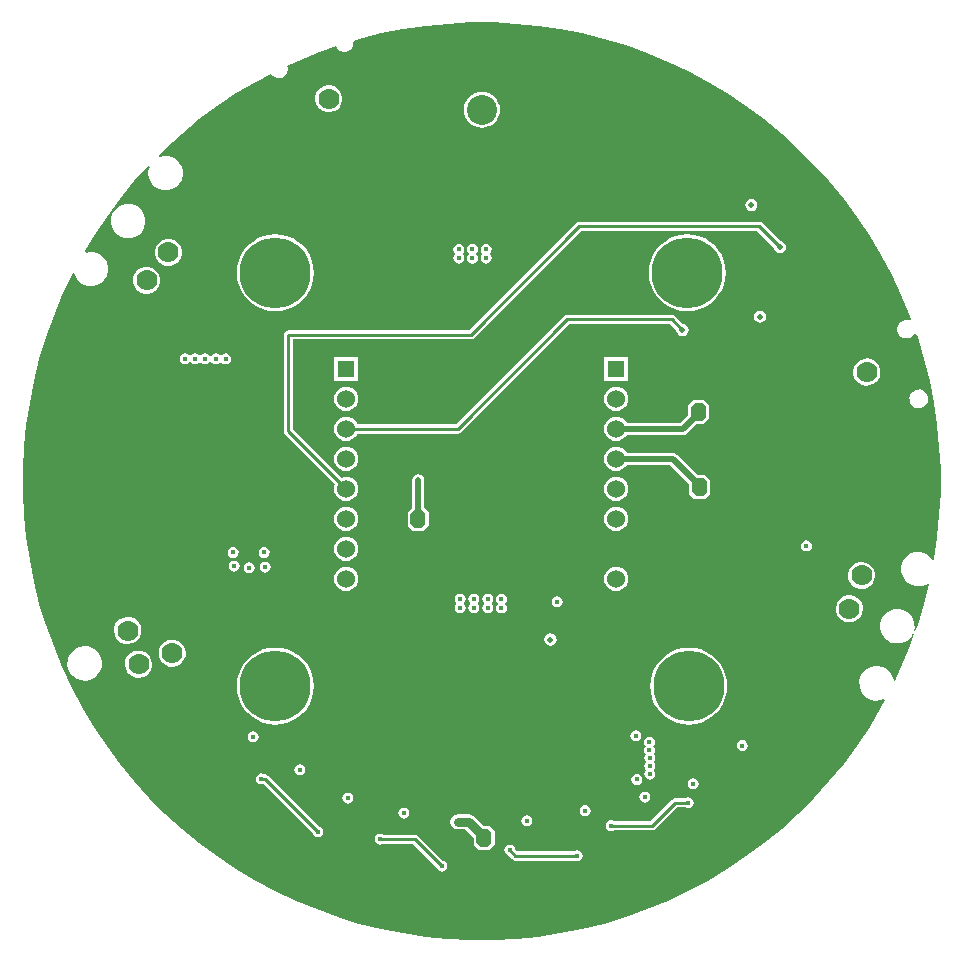
<source format=gbl>
G04*
G04 #@! TF.GenerationSoftware,Altium Limited,Altium Designer,18.1.9 (240)*
G04*
G04 Layer_Physical_Order=4*
G04 Layer_Color=16711680*
%FSLAX25Y25*%
%MOIN*%
G70*
G01*
G75*
%ADD13C,0.01000*%
%ADD124C,0.03000*%
%ADD125C,0.02000*%
%ADD131C,0.06000*%
%ADD132R,0.05810X0.05810*%
%ADD133C,0.07000*%
%ADD134C,0.10000*%
%ADD135C,0.23622*%
%ADD136C,0.02000*%
%ADD137C,0.01600*%
G04:AMPARAMS|DCode=138|XSize=50mil|YSize=60mil|CornerRadius=0mil|HoleSize=0mil|Usage=FLASHONLY|Rotation=180.000|XOffset=0mil|YOffset=0mil|HoleType=Round|Shape=Octagon|*
%AMOCTAGOND138*
4,1,8,0.01250,-0.03000,-0.01250,-0.03000,-0.02500,-0.01750,-0.02500,0.01750,-0.01250,0.03000,0.01250,0.03000,0.02500,0.01750,0.02500,-0.01750,0.01250,-0.03000,0.0*
%
%ADD138OCTAGOND138*%

G36*
X157255Y297073D02*
X164727Y296337D01*
X172155Y295235D01*
X179520Y293770D01*
X186804Y291946D01*
X193989Y289766D01*
X201060Y287236D01*
X207997Y284363D01*
X214785Y281152D01*
X221407Y277612D01*
X227848Y273752D01*
X234092Y269580D01*
X240123Y265107D01*
X245927Y260344D01*
X251491Y255301D01*
X256801Y249991D01*
X261843Y244427D01*
X266607Y238623D01*
X271080Y232592D01*
X275252Y226348D01*
X279113Y219907D01*
X282652Y213285D01*
X285863Y206497D01*
X288736Y199559D01*
X289123Y198478D01*
X288718Y198125D01*
X288635Y198169D01*
X287838Y198346D01*
X287022Y198310D01*
X286244Y198065D01*
X285555Y197626D01*
X285004Y197024D01*
X284627Y196300D01*
X284450Y195503D01*
X284486Y194688D01*
X284732Y193909D01*
X285170Y193221D01*
X285772Y192669D01*
X286496Y192293D01*
X287293Y192116D01*
X288108Y192151D01*
X288887Y192397D01*
X289575Y192835D01*
X290127Y193437D01*
X290286Y193744D01*
X290830Y193707D01*
X291266Y192489D01*
X293446Y185304D01*
X295270Y178020D01*
X296735Y170655D01*
X297837Y163227D01*
X298573Y155754D01*
X298941Y148255D01*
Y144500D01*
Y140745D01*
X298573Y133246D01*
X297837Y125773D01*
X296760Y118514D01*
X296249Y118387D01*
X295905Y118926D01*
X294794Y119944D01*
X293457Y120640D01*
X291985Y120967D01*
X290479Y120901D01*
X289041Y120448D01*
X287770Y119638D01*
X286752Y118526D01*
X286056Y117189D01*
X285730Y115717D01*
X285795Y114211D01*
X286248Y112774D01*
X287058Y111503D01*
X288170Y110484D01*
X289507Y109788D01*
X290979Y109462D01*
X292485Y109528D01*
X293922Y109981D01*
X294615Y110422D01*
X295052Y110108D01*
X293446Y103696D01*
X291266Y96511D01*
X290569Y94562D01*
X290087Y94701D01*
X290300Y95658D01*
X290234Y97164D01*
X289781Y98602D01*
X288971Y99873D01*
X287859Y100891D01*
X286522Y101588D01*
X285051Y101914D01*
X283544Y101848D01*
X282107Y101395D01*
X280836Y100585D01*
X279817Y99474D01*
X279121Y98136D01*
X278795Y96665D01*
X278861Y95159D01*
X279314Y93721D01*
X280124Y92450D01*
X281235Y91431D01*
X282572Y90735D01*
X284044Y90409D01*
X285550Y90475D01*
X286988Y90928D01*
X288259Y91738D01*
X289277Y92849D01*
X289750Y93757D01*
X290209Y93556D01*
X288736Y89441D01*
X285863Y82503D01*
X283758Y78053D01*
X283273Y78196D01*
X282846Y79549D01*
X282036Y80820D01*
X280925Y81839D01*
X279588Y82535D01*
X278116Y82861D01*
X276610Y82795D01*
X275172Y82342D01*
X273901Y81532D01*
X272883Y80421D01*
X272186Y79084D01*
X271860Y77612D01*
X271926Y76106D01*
X272379Y74668D01*
X273189Y73397D01*
X274301Y72378D01*
X275638Y71682D01*
X277109Y71356D01*
X278615Y71422D01*
X280029Y71868D01*
X280118Y71815D01*
X280419Y71536D01*
X279113Y69093D01*
X275252Y62652D01*
X271080Y56408D01*
X266607Y50377D01*
X261843Y44573D01*
X256801Y39009D01*
X251491Y33699D01*
X245927Y28657D01*
X240123Y23893D01*
X234092Y19420D01*
X227848Y15248D01*
X221407Y11387D01*
X214785Y7848D01*
X207997Y4637D01*
X201060Y1764D01*
X193989Y-766D01*
X186804Y-2946D01*
X179520Y-4770D01*
X172155Y-6235D01*
X164727Y-7337D01*
X157255Y-8073D01*
X149755Y-8442D01*
X142245D01*
X134746Y-8073D01*
X127273Y-7337D01*
X119845Y-6235D01*
X112480Y-4770D01*
X105196Y-2946D01*
X98011Y-766D01*
X90940Y1764D01*
X84003Y4637D01*
X77215Y7848D01*
X70593Y11387D01*
X64152Y15248D01*
X57908Y19420D01*
X51877Y23893D01*
X46073Y28657D01*
X40509Y33699D01*
X35199Y39009D01*
X30156Y44573D01*
X25393Y50377D01*
X20920Y56408D01*
X16748Y62652D01*
X12888Y69093D01*
X9348Y75715D01*
X6137Y82503D01*
X3264Y89441D01*
X734Y96511D01*
X-1446Y103696D01*
X-3270Y110980D01*
X-4735Y118345D01*
X-5837Y125773D01*
X-6573Y133246D01*
X-6942Y140745D01*
Y144500D01*
Y148255D01*
X-6573Y155754D01*
X-5837Y163227D01*
X-4735Y170655D01*
X-3270Y178020D01*
X-1446Y185304D01*
X734Y192489D01*
X3264Y199559D01*
X6137Y206497D01*
X9348Y213285D01*
X9630Y213813D01*
X10127Y213754D01*
X10296Y213098D01*
X11039Y211786D01*
X12095Y210711D01*
X13394Y209946D01*
X14846Y209543D01*
X16354Y209530D01*
X17813Y209908D01*
X19125Y210650D01*
X20200Y211706D01*
X20966Y213005D01*
X21368Y214458D01*
X21382Y215965D01*
X21004Y217425D01*
X20262Y218737D01*
X19205Y219812D01*
X17906Y220577D01*
X16454Y220980D01*
X14946Y220993D01*
X13970Y220740D01*
X13646Y221173D01*
X16748Y226348D01*
X20920Y232592D01*
X25393Y238623D01*
X30156Y244427D01*
X34805Y249556D01*
X35255Y249308D01*
X34898Y248020D01*
X34885Y246513D01*
X35262Y245053D01*
X36004Y243741D01*
X37061Y242666D01*
X38360Y241901D01*
X39812Y241498D01*
X41320Y241485D01*
X42779Y241862D01*
X44091Y242605D01*
X45166Y243661D01*
X45931Y244960D01*
X46334Y246413D01*
X46347Y247920D01*
X45970Y249379D01*
X45228Y250691D01*
X44171Y251766D01*
X42872Y252532D01*
X41420Y252934D01*
X39912Y252948D01*
X38497Y252581D01*
X38456Y252607D01*
X38322Y253114D01*
X40509Y255301D01*
X46073Y260344D01*
X51877Y265107D01*
X57908Y269580D01*
X64152Y273752D01*
X70593Y277612D01*
X75616Y280297D01*
X75741Y280075D01*
X76314Y279493D01*
X77017Y279079D01*
X77803Y278861D01*
X78620Y278854D01*
X79410Y279058D01*
X80120Y279460D01*
X80702Y280032D01*
X81117Y280735D01*
X81335Y281522D01*
X81342Y282338D01*
X81165Y283021D01*
X84003Y284363D01*
X90940Y287236D01*
X97309Y289515D01*
X97643Y288924D01*
X98215Y288342D01*
X98919Y287928D01*
X99705Y287710D01*
X100522Y287703D01*
X101312Y287907D01*
X102022Y288309D01*
X102604Y288881D01*
X103019Y289584D01*
X103237Y290371D01*
X103244Y291187D01*
X103204Y291341D01*
X105196Y291946D01*
X112480Y293770D01*
X119845Y295235D01*
X127273Y296337D01*
X134746Y297073D01*
X142245Y297442D01*
X149755D01*
X157255Y297073D01*
D02*
G37*
%LPC*%
G36*
X94447Y276505D02*
X93300Y276208D01*
X92269Y275625D01*
X91423Y274794D01*
X90822Y273774D01*
X90505Y272632D01*
X90495Y271447D01*
X90792Y270300D01*
X91375Y269268D01*
X92206Y268423D01*
X93226Y267822D01*
X94368Y267505D01*
X95553Y267495D01*
X96700Y267792D01*
X97732Y268375D01*
X98577Y269206D01*
X99178Y270227D01*
X99495Y271368D01*
X99505Y272553D01*
X99208Y273700D01*
X98625Y274731D01*
X97794Y275577D01*
X96773Y276178D01*
X95632Y276495D01*
X94447Y276505D01*
D02*
G37*
G36*
X146000Y274407D02*
X144824Y274291D01*
X143693Y273948D01*
X142650Y273391D01*
X141737Y272641D01*
X140987Y271727D01*
X140430Y270685D01*
X140087Y269554D01*
X139971Y268378D01*
X140087Y267202D01*
X140430Y266071D01*
X140987Y265028D01*
X141737Y264115D01*
X142650Y263365D01*
X143693Y262808D01*
X144824Y262465D01*
X146000Y262349D01*
X147176Y262465D01*
X148307Y262808D01*
X149349Y263365D01*
X150263Y264115D01*
X151013Y265028D01*
X151570Y266071D01*
X151913Y267202D01*
X152029Y268378D01*
X151913Y269554D01*
X151570Y270685D01*
X151013Y271727D01*
X150263Y272641D01*
X149349Y273391D01*
X148307Y273948D01*
X147176Y274291D01*
X146000Y274407D01*
D02*
G37*
G36*
X235827Y238653D02*
X235046Y238498D01*
X234385Y238056D01*
X233943Y237394D01*
X233788Y236614D01*
X233943Y235834D01*
X234385Y235172D01*
X235046Y234730D01*
X235827Y234575D01*
X236607Y234730D01*
X237269Y235172D01*
X237711Y235834D01*
X237866Y236614D01*
X237711Y237394D01*
X237269Y238056D01*
X236607Y238498D01*
X235827Y238653D01*
D02*
G37*
G36*
X27429Y236970D02*
X25970Y236593D01*
X24658Y235851D01*
X23583Y234794D01*
X22818Y233495D01*
X22415Y232043D01*
X22402Y230535D01*
X22779Y229076D01*
X23521Y227764D01*
X24578Y226689D01*
X25877Y225923D01*
X27329Y225521D01*
X28837Y225507D01*
X30296Y225885D01*
X31608Y226627D01*
X32683Y227684D01*
X33448Y228983D01*
X33851Y230435D01*
X33864Y231943D01*
X33487Y233402D01*
X32745Y234714D01*
X31688Y235789D01*
X30389Y236554D01*
X28937Y236957D01*
X27429Y236970D01*
D02*
G37*
G36*
X238499Y230959D02*
X178543D01*
X177958Y230842D01*
X177462Y230511D01*
X141788Y194836D01*
X81496D01*
X80911Y194720D01*
X80415Y194388D01*
X80083Y193892D01*
X79967Y193307D01*
Y161220D01*
X80083Y160635D01*
X80415Y160138D01*
X97092Y143461D01*
X96890Y142973D01*
X96753Y141929D01*
X96890Y140884D01*
X97293Y139911D01*
X97935Y139076D01*
X98770Y138435D01*
X99743Y138031D01*
X100787Y137894D01*
X101831Y138031D01*
X102805Y138435D01*
X103640Y139076D01*
X104281Y139911D01*
X104684Y140884D01*
X104822Y141929D01*
X104684Y142973D01*
X104281Y143946D01*
X103640Y144781D01*
X102805Y145423D01*
X101831Y145826D01*
X100787Y145963D01*
X99743Y145826D01*
X99255Y145624D01*
X83025Y161853D01*
Y191778D01*
X142421D01*
X143007Y191894D01*
X143503Y192226D01*
X179177Y227900D01*
X237865D01*
X243373Y222392D01*
X243497Y221766D01*
X243939Y221105D01*
X244601Y220662D01*
X245381Y220507D01*
X246162Y220662D01*
X246823Y221105D01*
X247265Y221766D01*
X247421Y222547D01*
X247265Y223327D01*
X246823Y223988D01*
X246162Y224430D01*
X245536Y224555D01*
X239580Y230511D01*
X239084Y230842D01*
X238499Y230959D01*
D02*
G37*
G36*
X147474Y223587D02*
X146771Y223447D01*
X146176Y223050D01*
X145778Y222454D01*
X145639Y221752D01*
X145778Y221050D01*
X146176Y220454D01*
Y220195D01*
X145778Y219600D01*
X145639Y218898D01*
X145778Y218195D01*
X146176Y217600D01*
X146771Y217202D01*
X147474Y217062D01*
X148176Y217202D01*
X148772Y217600D01*
X149169Y218195D01*
X149309Y218898D01*
X149169Y219600D01*
X148772Y220195D01*
Y220454D01*
X149169Y221050D01*
X149309Y221752D01*
X149169Y222454D01*
X148772Y223050D01*
X148176Y223447D01*
X147474Y223587D01*
D02*
G37*
G36*
X142881D02*
X142178Y223447D01*
X141583Y223050D01*
X141185Y222454D01*
X141045Y221752D01*
X141185Y221050D01*
X141583Y220454D01*
Y220195D01*
X141185Y219600D01*
X141045Y218898D01*
X141185Y218195D01*
X141583Y217600D01*
X142178Y217202D01*
X142881Y217062D01*
X143583Y217202D01*
X144178Y217600D01*
X144576Y218195D01*
X144716Y218898D01*
X144576Y219600D01*
X144178Y220195D01*
Y220454D01*
X144576Y221050D01*
X144716Y221752D01*
X144576Y222454D01*
X144178Y223050D01*
X143583Y223447D01*
X142881Y223587D01*
D02*
G37*
G36*
X138287D02*
X137585Y223447D01*
X136990Y223050D01*
X136592Y222454D01*
X136452Y221752D01*
X136592Y221050D01*
X136990Y220454D01*
Y220195D01*
X136592Y219600D01*
X136452Y218898D01*
X136592Y218195D01*
X136990Y217600D01*
X137585Y217202D01*
X138287Y217062D01*
X138990Y217202D01*
X139585Y217600D01*
X139983Y218195D01*
X140123Y218898D01*
X139983Y219600D01*
X139585Y220195D01*
Y220454D01*
X139983Y221050D01*
X140123Y221752D01*
X139983Y222454D01*
X139585Y223050D01*
X138990Y223447D01*
X138287Y223587D01*
D02*
G37*
G36*
X40982Y225273D02*
X39835Y224976D01*
X38804Y224393D01*
X37959Y223562D01*
X37357Y222541D01*
X37041Y221399D01*
X37030Y220215D01*
X37327Y219067D01*
X37911Y218036D01*
X38741Y217191D01*
X39762Y216590D01*
X40904Y216273D01*
X42089Y216263D01*
X43236Y216559D01*
X44267Y217143D01*
X45112Y217973D01*
X45713Y218994D01*
X46030Y220136D01*
X46040Y221321D01*
X45744Y222468D01*
X45160Y223499D01*
X44330Y224344D01*
X43309Y224946D01*
X42167Y225262D01*
X40982Y225273D01*
D02*
G37*
G36*
X33711Y215966D02*
X32563Y215669D01*
X31532Y215085D01*
X30687Y214255D01*
X30086Y213234D01*
X29769Y212092D01*
X29759Y210907D01*
X30055Y209760D01*
X30639Y208729D01*
X31469Y207884D01*
X32490Y207282D01*
X33632Y206966D01*
X34817Y206956D01*
X35964Y207252D01*
X36995Y207836D01*
X37841Y208666D01*
X38442Y209687D01*
X38759Y210829D01*
X38769Y212014D01*
X38472Y213161D01*
X37889Y214192D01*
X37058Y215037D01*
X36037Y215638D01*
X34896Y215955D01*
X33711Y215966D01*
D02*
G37*
G36*
X214500Y226851D02*
X212490Y226692D01*
X210529Y226222D01*
X208666Y225450D01*
X206947Y224396D01*
X205413Y223087D01*
X204104Y221553D01*
X203050Y219834D01*
X202278Y217971D01*
X201808Y216010D01*
X201649Y214000D01*
X201808Y211990D01*
X202278Y210029D01*
X203050Y208166D01*
X204104Y206447D01*
X205413Y204913D01*
X206947Y203604D01*
X208666Y202550D01*
X210529Y201778D01*
X212490Y201308D01*
X214500Y201149D01*
X216510Y201308D01*
X218471Y201778D01*
X220334Y202550D01*
X222053Y203604D01*
X223587Y204913D01*
X224896Y206447D01*
X225950Y208166D01*
X226722Y210029D01*
X227192Y211990D01*
X227351Y214000D01*
X227192Y216010D01*
X226722Y217971D01*
X225950Y219834D01*
X224896Y221553D01*
X223587Y223087D01*
X222053Y224396D01*
X220334Y225450D01*
X218471Y226222D01*
X216510Y226692D01*
X214500Y226851D01*
D02*
G37*
G36*
X77205D02*
X75194Y226692D01*
X73234Y226222D01*
X71371Y225450D01*
X69651Y224396D01*
X68118Y223087D01*
X66808Y221553D01*
X65755Y219834D01*
X64983Y217971D01*
X64512Y216010D01*
X64354Y214000D01*
X64512Y211990D01*
X64983Y210029D01*
X65755Y208166D01*
X66808Y206447D01*
X68118Y204913D01*
X69651Y203604D01*
X71371Y202550D01*
X73234Y201778D01*
X75194Y201308D01*
X77205Y201149D01*
X79215Y201308D01*
X81176Y201778D01*
X83039Y202550D01*
X84758Y203604D01*
X86291Y204913D01*
X87601Y206447D01*
X88655Y208166D01*
X89426Y210029D01*
X89897Y211990D01*
X90055Y214000D01*
X89897Y216010D01*
X89426Y217971D01*
X88655Y219834D01*
X87601Y221553D01*
X86291Y223087D01*
X84758Y224396D01*
X83039Y225450D01*
X81176Y226222D01*
X79215Y226692D01*
X77205Y226851D01*
D02*
G37*
G36*
X238779Y201350D02*
X237999Y201195D01*
X237338Y200753D01*
X236896Y200091D01*
X236740Y199311D01*
X236896Y198531D01*
X237338Y197869D01*
X237999Y197427D01*
X238779Y197272D01*
X239560Y197427D01*
X240222Y197869D01*
X240664Y198531D01*
X240819Y199311D01*
X240664Y200091D01*
X240222Y200753D01*
X239560Y201195D01*
X238779Y201350D01*
D02*
G37*
G36*
X209350Y199955D02*
X174508D01*
X173923Y199838D01*
X173426Y199507D01*
X137378Y163458D01*
X104483D01*
X104281Y163946D01*
X103640Y164781D01*
X102805Y165423D01*
X101831Y165826D01*
X100787Y165963D01*
X99743Y165826D01*
X98770Y165423D01*
X97935Y164781D01*
X97293Y163946D01*
X96890Y162973D01*
X96753Y161929D01*
X96890Y160884D01*
X97293Y159911D01*
X97935Y159076D01*
X98770Y158435D01*
X99743Y158031D01*
X100787Y157894D01*
X101831Y158031D01*
X102805Y158435D01*
X103640Y159076D01*
X104281Y159911D01*
X104483Y160399D01*
X138011D01*
X138596Y160516D01*
X139093Y160847D01*
X175141Y196896D01*
X208717D01*
X210885Y194728D01*
X211010Y194102D01*
X211452Y193440D01*
X212113Y192998D01*
X212894Y192843D01*
X213674Y192998D01*
X214336Y193440D01*
X214778Y194102D01*
X214933Y194882D01*
X214778Y195662D01*
X214336Y196324D01*
X213674Y196766D01*
X213048Y196890D01*
X210432Y199507D01*
X209936Y199838D01*
X209350Y199955D01*
D02*
G37*
G36*
X60600Y187135D02*
X59898Y186996D01*
X59302Y186598D01*
X59200Y186445D01*
X58700D01*
X58598Y186598D01*
X58002Y186996D01*
X57300Y187135D01*
X56598Y186996D01*
X56002Y186598D01*
X55801Y186296D01*
X55199D01*
X54998Y186598D01*
X54402Y186996D01*
X53700Y187135D01*
X52998Y186996D01*
X52402Y186598D01*
X52357Y186530D01*
X51857D01*
X51812Y186598D01*
X51217Y186996D01*
X50514Y187135D01*
X49812Y186996D01*
X49216Y186598D01*
X49108Y186435D01*
X48506D01*
X48398Y186598D01*
X47802Y186996D01*
X47100Y187135D01*
X46398Y186996D01*
X45802Y186598D01*
X45404Y186002D01*
X45265Y185300D01*
X45404Y184598D01*
X45802Y184002D01*
X46398Y183604D01*
X47100Y183465D01*
X47802Y183604D01*
X48398Y184002D01*
X48506Y184165D01*
X49108D01*
X49216Y184002D01*
X49812Y183604D01*
X50514Y183465D01*
X51217Y183604D01*
X51812Y184002D01*
X51857Y184070D01*
X52357D01*
X52402Y184002D01*
X52998Y183604D01*
X53700Y183465D01*
X54402Y183604D01*
X54998Y184002D01*
X55199Y184304D01*
X55801D01*
X56002Y184002D01*
X56598Y183604D01*
X57300Y183465D01*
X58002Y183604D01*
X58598Y184002D01*
X58700Y184155D01*
X59200D01*
X59302Y184002D01*
X59898Y183604D01*
X60600Y183465D01*
X61302Y183604D01*
X61898Y184002D01*
X62296Y184598D01*
X62435Y185300D01*
X62296Y186002D01*
X61898Y186598D01*
X61302Y186996D01*
X60600Y187135D01*
D02*
G37*
G36*
X194692Y185833D02*
X186883D01*
Y178024D01*
X194692D01*
Y185833D01*
D02*
G37*
G36*
X104692D02*
X96883D01*
Y178024D01*
X104692D01*
Y185833D01*
D02*
G37*
G36*
X274736Y185427D02*
X273553Y185376D01*
X272423Y185019D01*
X271423Y184383D01*
X270623Y183509D01*
X270076Y182458D01*
X269819Y181301D01*
X269871Y180118D01*
X270227Y178988D01*
X270864Y177988D01*
X271738Y177188D01*
X272789Y176641D01*
X273945Y176384D01*
X275129Y176436D01*
X276259Y176792D01*
X277258Y177429D01*
X278059Y178302D01*
X278606Y179353D01*
X278862Y180510D01*
X278811Y181694D01*
X278454Y182824D01*
X277818Y183823D01*
X276944Y184624D01*
X275893Y185171D01*
X274736Y185427D01*
D02*
G37*
G36*
X291940Y175083D02*
X291124Y175047D01*
X290346Y174801D01*
X289657Y174363D01*
X289106Y173761D01*
X288729Y173037D01*
X288552Y172240D01*
X288588Y171425D01*
X288833Y170646D01*
X289272Y169958D01*
X289874Y169406D01*
X290598Y169029D01*
X291395Y168853D01*
X292210Y168888D01*
X292989Y169134D01*
X293677Y169572D01*
X294229Y170174D01*
X294605Y170898D01*
X294782Y171695D01*
X294746Y172511D01*
X294501Y173289D01*
X294062Y173977D01*
X293461Y174529D01*
X292737Y174906D01*
X291940Y175083D01*
D02*
G37*
G36*
X190787Y175963D02*
X189743Y175826D01*
X188770Y175423D01*
X187935Y174781D01*
X187293Y173946D01*
X186890Y172973D01*
X186753Y171929D01*
X186890Y170884D01*
X187293Y169911D01*
X187935Y169076D01*
X188770Y168435D01*
X189743Y168032D01*
X190787Y167894D01*
X191832Y168032D01*
X192805Y168435D01*
X193640Y169076D01*
X194281Y169911D01*
X194684Y170884D01*
X194822Y171929D01*
X194684Y172973D01*
X194281Y173946D01*
X193640Y174781D01*
X192805Y175423D01*
X191832Y175826D01*
X190787Y175963D01*
D02*
G37*
G36*
X100787D02*
X99743Y175826D01*
X98770Y175423D01*
X97935Y174781D01*
X97293Y173946D01*
X96890Y172973D01*
X96753Y171929D01*
X96890Y170884D01*
X97293Y169911D01*
X97935Y169076D01*
X98770Y168435D01*
X99743Y168032D01*
X100787Y167894D01*
X101831Y168032D01*
X102805Y168435D01*
X103640Y169076D01*
X104281Y169911D01*
X104684Y170884D01*
X104822Y171929D01*
X104684Y172973D01*
X104281Y173946D01*
X103640Y174781D01*
X102805Y175423D01*
X101831Y175826D01*
X100787Y175963D01*
D02*
G37*
G36*
X220057Y171716D02*
X216557D01*
X214807Y169966D01*
Y166600D01*
X212175Y163968D01*
X194264D01*
X193640Y164781D01*
X192805Y165423D01*
X191832Y165826D01*
X190787Y165963D01*
X189743Y165826D01*
X188770Y165423D01*
X187935Y164781D01*
X187293Y163946D01*
X186890Y162973D01*
X186753Y161929D01*
X186890Y160884D01*
X187293Y159911D01*
X187935Y159076D01*
X188770Y158435D01*
X189743Y158031D01*
X190787Y157894D01*
X191832Y158031D01*
X192805Y158435D01*
X193640Y159076D01*
X194264Y159889D01*
X213019D01*
X213800Y160045D01*
X214461Y160487D01*
X217691Y163716D01*
X220057D01*
X221807Y165466D01*
Y169966D01*
X220057Y171716D01*
D02*
G37*
G36*
X100787Y155963D02*
X99743Y155826D01*
X98770Y155423D01*
X97935Y154781D01*
X97293Y153946D01*
X96890Y152973D01*
X96753Y151929D01*
X96890Y150884D01*
X97293Y149911D01*
X97935Y149076D01*
X98770Y148435D01*
X99743Y148031D01*
X100787Y147894D01*
X101831Y148031D01*
X102805Y148435D01*
X103640Y149076D01*
X104281Y149911D01*
X104684Y150884D01*
X104822Y151929D01*
X104684Y152973D01*
X104281Y153946D01*
X103640Y154781D01*
X102805Y155423D01*
X101831Y155826D01*
X100787Y155963D01*
D02*
G37*
G36*
X190787D02*
X189743Y155826D01*
X188770Y155423D01*
X187935Y154781D01*
X187293Y153946D01*
X186890Y152973D01*
X186753Y151929D01*
X186890Y150884D01*
X187293Y149911D01*
X187935Y149076D01*
X188770Y148435D01*
X189743Y148031D01*
X190787Y147894D01*
X191832Y148031D01*
X192805Y148435D01*
X193640Y149076D01*
X194264Y149889D01*
X208849D01*
X215102Y143636D01*
Y140270D01*
X216852Y138520D01*
X220352D01*
X222102Y140270D01*
Y144770D01*
X220352Y146520D01*
X217986D01*
X211135Y153370D01*
X210474Y153813D01*
X209693Y153968D01*
X194264D01*
X193640Y154781D01*
X192805Y155423D01*
X191832Y155826D01*
X190787Y155963D01*
D02*
G37*
G36*
Y145963D02*
X189743Y145826D01*
X188770Y145423D01*
X187935Y144781D01*
X187293Y143946D01*
X186890Y142973D01*
X186753Y141929D01*
X186890Y140884D01*
X187293Y139911D01*
X187935Y139076D01*
X188770Y138435D01*
X189743Y138031D01*
X190787Y137894D01*
X191832Y138031D01*
X192805Y138435D01*
X193640Y139076D01*
X194281Y139911D01*
X194684Y140884D01*
X194822Y141929D01*
X194684Y142973D01*
X194281Y143946D01*
X193640Y144781D01*
X192805Y145423D01*
X191832Y145826D01*
X190787Y145963D01*
D02*
G37*
G36*
X124802Y146809D02*
X124022Y146654D01*
X123360Y146212D01*
X122918Y145550D01*
X122763Y144770D01*
Y135639D01*
X121302Y134179D01*
Y129679D01*
X123052Y127929D01*
X126552D01*
X128302Y129679D01*
Y134179D01*
X126841Y135639D01*
Y144770D01*
X126686Y145550D01*
X126244Y146212D01*
X125582Y146654D01*
X124802Y146809D01*
D02*
G37*
G36*
X190787Y135963D02*
X189743Y135826D01*
X188770Y135423D01*
X187935Y134781D01*
X187293Y133946D01*
X186890Y132973D01*
X186753Y131929D01*
X186890Y130884D01*
X187293Y129911D01*
X187935Y129076D01*
X188770Y128435D01*
X189743Y128032D01*
X190787Y127894D01*
X191832Y128032D01*
X192805Y128435D01*
X193640Y129076D01*
X194281Y129911D01*
X194684Y130884D01*
X194822Y131929D01*
X194684Y132973D01*
X194281Y133946D01*
X193640Y134781D01*
X192805Y135423D01*
X191832Y135826D01*
X190787Y135963D01*
D02*
G37*
G36*
X100787D02*
X99743Y135826D01*
X98770Y135423D01*
X97935Y134781D01*
X97293Y133946D01*
X96890Y132973D01*
X96753Y131929D01*
X96890Y130884D01*
X97293Y129911D01*
X97935Y129076D01*
X98770Y128435D01*
X99743Y128032D01*
X100787Y127894D01*
X101831Y128032D01*
X102805Y128435D01*
X103640Y129076D01*
X104281Y129911D01*
X104684Y130884D01*
X104822Y131929D01*
X104684Y132973D01*
X104281Y133946D01*
X103640Y134781D01*
X102805Y135423D01*
X101831Y135826D01*
X100787Y135963D01*
D02*
G37*
G36*
X254232Y124867D02*
X253530Y124727D01*
X252935Y124329D01*
X252537Y123734D01*
X252397Y123031D01*
X252537Y122329D01*
X252935Y121734D01*
X253530Y121336D01*
X254232Y121196D01*
X254935Y121336D01*
X255530Y121734D01*
X255928Y122329D01*
X256067Y123031D01*
X255928Y123734D01*
X255530Y124329D01*
X254935Y124727D01*
X254232Y124867D01*
D02*
G37*
G36*
X73524Y122603D02*
X72821Y122463D01*
X72226Y122065D01*
X71828Y121470D01*
X71688Y120768D01*
X71828Y120065D01*
X72226Y119470D01*
X72821Y119072D01*
X73524Y118932D01*
X74226Y119072D01*
X74821Y119470D01*
X75219Y120065D01*
X75359Y120768D01*
X75219Y121470D01*
X74821Y122065D01*
X74226Y122463D01*
X73524Y122603D01*
D02*
G37*
G36*
X63189D02*
X62487Y122463D01*
X61891Y122065D01*
X61493Y121470D01*
X61354Y120768D01*
X61493Y120065D01*
X61891Y119470D01*
X62487Y119072D01*
X63189Y118932D01*
X63891Y119072D01*
X64487Y119470D01*
X64885Y120065D01*
X65024Y120768D01*
X64885Y121470D01*
X64487Y122065D01*
X63891Y122463D01*
X63189Y122603D01*
D02*
G37*
G36*
X100787Y125963D02*
X99743Y125826D01*
X98770Y125423D01*
X97935Y124781D01*
X97293Y123946D01*
X96890Y122973D01*
X96753Y121929D01*
X96890Y120884D01*
X97293Y119911D01*
X97935Y119076D01*
X98770Y118435D01*
X99743Y118032D01*
X100787Y117894D01*
X101831Y118032D01*
X102805Y118435D01*
X103640Y119076D01*
X104281Y119911D01*
X104684Y120884D01*
X104822Y121929D01*
X104684Y122973D01*
X104281Y123946D01*
X103640Y124781D01*
X102805Y125423D01*
X101831Y125826D01*
X100787Y125963D01*
D02*
G37*
G36*
X63484Y118075D02*
X62782Y117936D01*
X62186Y117538D01*
X61789Y116943D01*
X61649Y116240D01*
X61789Y115538D01*
X62186Y114942D01*
X62782Y114545D01*
X63484Y114405D01*
X64187Y114545D01*
X64782Y114942D01*
X65180Y115538D01*
X65320Y116240D01*
X65180Y116943D01*
X64782Y117538D01*
X64187Y117936D01*
X63484Y118075D01*
D02*
G37*
G36*
X73819Y117682D02*
X73117Y117542D01*
X72521Y117144D01*
X72123Y116549D01*
X71984Y115847D01*
X72123Y115144D01*
X72521Y114549D01*
X73117Y114151D01*
X73819Y114011D01*
X74521Y114151D01*
X75117Y114549D01*
X75515Y115144D01*
X75654Y115847D01*
X75515Y116549D01*
X75117Y117144D01*
X74521Y117542D01*
X73819Y117682D01*
D02*
G37*
G36*
X68504Y117485D02*
X67802Y117345D01*
X67206Y116947D01*
X66808Y116352D01*
X66669Y115650D01*
X66808Y114947D01*
X67206Y114352D01*
X67802Y113954D01*
X68504Y113814D01*
X69206Y113954D01*
X69802Y114352D01*
X70200Y114947D01*
X70339Y115650D01*
X70200Y116352D01*
X69802Y116947D01*
X69206Y117345D01*
X68504Y117485D01*
D02*
G37*
G36*
X273000Y117599D02*
X271816Y117547D01*
X270687Y117191D01*
X269687Y116554D01*
X268887Y115681D01*
X268340Y114629D01*
X268083Y113473D01*
X268135Y112289D01*
X268491Y111159D01*
X269128Y110160D01*
X270001Y109359D01*
X271052Y108812D01*
X272209Y108556D01*
X273393Y108607D01*
X274523Y108964D01*
X275522Y109600D01*
X276323Y110474D01*
X276870Y111525D01*
X277126Y112682D01*
X277075Y113865D01*
X276718Y114995D01*
X276082Y115995D01*
X275208Y116795D01*
X274157Y117342D01*
X273000Y117599D01*
D02*
G37*
G36*
X190787Y115963D02*
X189743Y115826D01*
X188770Y115423D01*
X187935Y114781D01*
X187293Y113946D01*
X186890Y112973D01*
X186753Y111929D01*
X186890Y110884D01*
X187293Y109911D01*
X187935Y109076D01*
X188770Y108435D01*
X189743Y108031D01*
X190787Y107894D01*
X191832Y108031D01*
X192805Y108435D01*
X193640Y109076D01*
X194281Y109911D01*
X194684Y110884D01*
X194822Y111929D01*
X194684Y112973D01*
X194281Y113946D01*
X193640Y114781D01*
X192805Y115423D01*
X191832Y115826D01*
X190787Y115963D01*
D02*
G37*
G36*
X100787D02*
X99743Y115826D01*
X98770Y115423D01*
X97935Y114781D01*
X97293Y113946D01*
X96890Y112973D01*
X96753Y111929D01*
X96890Y110884D01*
X97293Y109911D01*
X97935Y109076D01*
X98770Y108435D01*
X99743Y108031D01*
X100787Y107894D01*
X101831Y108031D01*
X102805Y108435D01*
X103640Y109076D01*
X104281Y109911D01*
X104684Y110884D01*
X104822Y111929D01*
X104684Y112973D01*
X104281Y113946D01*
X103640Y114781D01*
X102805Y115423D01*
X101831Y115826D01*
X100787Y115963D01*
D02*
G37*
G36*
X171161Y106166D02*
X170459Y106026D01*
X169864Y105628D01*
X169466Y105033D01*
X169326Y104331D01*
X169466Y103628D01*
X169864Y103033D01*
X170459Y102635D01*
X171161Y102496D01*
X171864Y102635D01*
X172459Y103033D01*
X172857Y103628D01*
X172997Y104331D01*
X172857Y105033D01*
X172459Y105628D01*
X171864Y106026D01*
X171161Y106166D01*
D02*
G37*
G36*
X152559Y107052D02*
X151857Y106912D01*
X151261Y106514D01*
X150864Y105919D01*
X150724Y105217D01*
X150864Y104514D01*
X151261Y103919D01*
Y103660D01*
X150864Y103065D01*
X150724Y102362D01*
X150864Y101660D01*
X151261Y101065D01*
X151857Y100667D01*
X152559Y100527D01*
X153261Y100667D01*
X153857Y101065D01*
X154255Y101660D01*
X154394Y102362D01*
X154255Y103065D01*
X153857Y103660D01*
Y103919D01*
X154255Y104514D01*
X154394Y105217D01*
X154255Y105919D01*
X153857Y106514D01*
X153261Y106912D01*
X152559Y107052D01*
D02*
G37*
G36*
X147966D02*
X147264Y106912D01*
X146668Y106514D01*
X146270Y105919D01*
X146131Y105217D01*
X146270Y104514D01*
X146668Y103919D01*
Y103660D01*
X146270Y103065D01*
X146131Y102362D01*
X146270Y101660D01*
X146668Y101065D01*
X147264Y100667D01*
X147966Y100527D01*
X148668Y100667D01*
X149264Y101065D01*
X149661Y101660D01*
X149801Y102362D01*
X149661Y103065D01*
X149264Y103660D01*
Y103919D01*
X149661Y104514D01*
X149801Y105217D01*
X149661Y105919D01*
X149264Y106514D01*
X148668Y106912D01*
X147966Y107052D01*
D02*
G37*
G36*
X143373D02*
X142670Y106912D01*
X142075Y106514D01*
X141677Y105919D01*
X141537Y105217D01*
X141677Y104514D01*
X142075Y103919D01*
Y103660D01*
X141677Y103065D01*
X141537Y102362D01*
X141677Y101660D01*
X142075Y101065D01*
X142670Y100667D01*
X143373Y100527D01*
X144075Y100667D01*
X144670Y101065D01*
X145068Y101660D01*
X145208Y102362D01*
X145068Y103065D01*
X144670Y103660D01*
Y103919D01*
X145068Y104514D01*
X145208Y105217D01*
X145068Y105919D01*
X144670Y106514D01*
X144075Y106912D01*
X143373Y107052D01*
D02*
G37*
G36*
X138779D02*
X138077Y106912D01*
X137482Y106514D01*
X137084Y105919D01*
X136944Y105217D01*
X137084Y104514D01*
X137482Y103919D01*
Y103660D01*
X137084Y103065D01*
X136944Y102362D01*
X137084Y101660D01*
X137482Y101065D01*
X138077Y100667D01*
X138779Y100527D01*
X139482Y100667D01*
X140077Y101065D01*
X140475Y101660D01*
X140615Y102362D01*
X140475Y103065D01*
X140077Y103660D01*
Y103919D01*
X140475Y104514D01*
X140615Y105217D01*
X140475Y105919D01*
X140077Y106514D01*
X139482Y106912D01*
X138779Y107052D01*
D02*
G37*
G36*
X268961Y106500D02*
X267777Y106448D01*
X266647Y106092D01*
X265648Y105455D01*
X264847Y104582D01*
X264300Y103531D01*
X264043Y102374D01*
X264095Y101190D01*
X264452Y100060D01*
X265088Y99061D01*
X265962Y98260D01*
X267013Y97713D01*
X268169Y97457D01*
X269353Y97509D01*
X270483Y97865D01*
X271483Y98501D01*
X272283Y99375D01*
X272830Y100426D01*
X273087Y101583D01*
X273035Y102767D01*
X272679Y103897D01*
X272042Y104896D01*
X271168Y105696D01*
X270117Y106244D01*
X268961Y106500D01*
D02*
G37*
G36*
X27696Y99263D02*
X26531Y99047D01*
X25461Y98537D01*
X24560Y97768D01*
X23889Y96791D01*
X23494Y95674D01*
X23401Y94493D01*
X23617Y93328D01*
X24127Y92258D01*
X24896Y91357D01*
X25873Y90686D01*
X26989Y90291D01*
X28171Y90198D01*
X29336Y90414D01*
X30405Y90924D01*
X31306Y91693D01*
X31977Y92670D01*
X32373Y93787D01*
X32466Y94968D01*
X32250Y96133D01*
X31740Y97202D01*
X30970Y98103D01*
X29994Y98775D01*
X28877Y99170D01*
X27696Y99263D01*
D02*
G37*
G36*
X168898Y93771D02*
X168117Y93616D01*
X167456Y93174D01*
X167014Y92513D01*
X166858Y91732D01*
X167014Y90952D01*
X167456Y90290D01*
X168117Y89848D01*
X168898Y89693D01*
X169678Y89848D01*
X170340Y90290D01*
X170782Y90952D01*
X170937Y91732D01*
X170782Y92513D01*
X170340Y93174D01*
X169678Y93616D01*
X168898Y93771D01*
D02*
G37*
G36*
X42578Y91680D02*
X41413Y91464D01*
X40344Y90954D01*
X39443Y90184D01*
X38772Y89208D01*
X38376Y88091D01*
X38283Y86910D01*
X38499Y85745D01*
X39009Y84675D01*
X39779Y83774D01*
X40755Y83103D01*
X41872Y82708D01*
X43053Y82615D01*
X44219Y82831D01*
X45288Y83341D01*
X46189Y84110D01*
X46860Y85087D01*
X47256Y86204D01*
X47349Y87385D01*
X47133Y88550D01*
X46623Y89619D01*
X45853Y90520D01*
X44877Y91191D01*
X43760Y91587D01*
X42578Y91680D01*
D02*
G37*
G36*
X31345Y88030D02*
X30180Y87814D01*
X29111Y87304D01*
X28210Y86535D01*
X27539Y85558D01*
X27143Y84441D01*
X27050Y83260D01*
X27266Y82095D01*
X27776Y81025D01*
X28546Y80124D01*
X29522Y79453D01*
X30639Y79058D01*
X31821Y78965D01*
X32986Y79181D01*
X34055Y79691D01*
X34956Y80461D01*
X35627Y81437D01*
X36023Y82554D01*
X36116Y83735D01*
X35900Y84900D01*
X35390Y85970D01*
X34620Y86870D01*
X33644Y87542D01*
X32527Y87937D01*
X31345Y88030D01*
D02*
G37*
G36*
X13280Y89644D02*
X11792Y89368D01*
X10427Y88717D01*
X9277Y87735D01*
X8421Y86488D01*
X7916Y85063D01*
X7797Y83555D01*
X8073Y82068D01*
X8724Y80703D01*
X9706Y79553D01*
X10952Y78696D01*
X12378Y78191D01*
X13886Y78073D01*
X15373Y78348D01*
X16738Y78999D01*
X17888Y79982D01*
X18745Y81228D01*
X19250Y82654D01*
X19368Y84162D01*
X19093Y85649D01*
X18442Y87014D01*
X17459Y88164D01*
X16213Y89021D01*
X14787Y89525D01*
X13280Y89644D01*
D02*
G37*
G36*
X215000Y89055D02*
X212990Y88897D01*
X211029Y88426D01*
X209166Y87655D01*
X207447Y86601D01*
X205913Y85291D01*
X204604Y83758D01*
X203550Y82039D01*
X202778Y80176D01*
X202308Y78215D01*
X202149Y76205D01*
X202308Y74194D01*
X202778Y72234D01*
X203550Y70371D01*
X204604Y68651D01*
X205913Y67118D01*
X207447Y65808D01*
X209166Y64755D01*
X211029Y63983D01*
X212990Y63512D01*
X215000Y63354D01*
X217010Y63512D01*
X218971Y63983D01*
X220834Y64755D01*
X222553Y65808D01*
X224087Y67118D01*
X225396Y68651D01*
X226450Y70371D01*
X227222Y72234D01*
X227692Y74194D01*
X227851Y76205D01*
X227692Y78215D01*
X227222Y80176D01*
X226450Y82039D01*
X225396Y83758D01*
X224087Y85291D01*
X222553Y86601D01*
X220834Y87655D01*
X218971Y88426D01*
X217010Y88897D01*
X215000Y89055D01*
D02*
G37*
G36*
X77205D02*
X75194Y88897D01*
X73234Y88426D01*
X71371Y87655D01*
X69651Y86601D01*
X68118Y85291D01*
X66808Y83758D01*
X65755Y82039D01*
X64983Y80176D01*
X64512Y78215D01*
X64354Y76205D01*
X64512Y74194D01*
X64983Y72234D01*
X65755Y70371D01*
X66808Y68651D01*
X68118Y67118D01*
X69651Y65808D01*
X71371Y64755D01*
X73234Y63983D01*
X75194Y63512D01*
X77205Y63354D01*
X79215Y63512D01*
X81176Y63983D01*
X83039Y64755D01*
X84758Y65808D01*
X86291Y67118D01*
X87601Y68651D01*
X88655Y70371D01*
X89426Y72234D01*
X89897Y74194D01*
X90055Y76205D01*
X89897Y78215D01*
X89426Y80176D01*
X88655Y82039D01*
X87601Y83758D01*
X86291Y85291D01*
X84758Y86601D01*
X83039Y87655D01*
X81176Y88426D01*
X79215Y88897D01*
X77205Y89055D01*
D02*
G37*
G36*
X197300Y61435D02*
X196598Y61296D01*
X196002Y60898D01*
X195604Y60302D01*
X195465Y59600D01*
X195604Y58898D01*
X196002Y58302D01*
X196598Y57904D01*
X197300Y57765D01*
X198002Y57904D01*
X198598Y58302D01*
X198996Y58898D01*
X199135Y59600D01*
X198996Y60302D01*
X198598Y60898D01*
X198002Y61296D01*
X197300Y61435D01*
D02*
G37*
G36*
X69800Y61135D02*
X69098Y60996D01*
X68502Y60598D01*
X68104Y60002D01*
X67965Y59300D01*
X68104Y58598D01*
X68502Y58002D01*
X69098Y57604D01*
X69800Y57465D01*
X70502Y57604D01*
X71098Y58002D01*
X71496Y58598D01*
X71635Y59300D01*
X71496Y60002D01*
X71098Y60598D01*
X70502Y60996D01*
X69800Y61135D01*
D02*
G37*
G36*
X232874Y58229D02*
X232172Y58090D01*
X231576Y57692D01*
X231178Y57096D01*
X231039Y56394D01*
X231178Y55692D01*
X231576Y55096D01*
X232172Y54699D01*
X232874Y54559D01*
X233576Y54699D01*
X234172Y55096D01*
X234570Y55692D01*
X234709Y56394D01*
X234570Y57096D01*
X234172Y57692D01*
X233576Y58090D01*
X232874Y58229D01*
D02*
G37*
G36*
X85300Y50135D02*
X84598Y49996D01*
X84002Y49598D01*
X83604Y49002D01*
X83465Y48300D01*
X83604Y47598D01*
X84002Y47002D01*
X84598Y46604D01*
X85300Y46465D01*
X86002Y46604D01*
X86598Y47002D01*
X86996Y47598D01*
X87135Y48300D01*
X86996Y49002D01*
X86598Y49598D01*
X86002Y49996D01*
X85300Y50135D01*
D02*
G37*
G36*
X201900Y59335D02*
X201198Y59196D01*
X200602Y58798D01*
X200204Y58202D01*
X200065Y57500D01*
X200204Y56798D01*
X200602Y56202D01*
Y56198D01*
X200204Y55602D01*
X200065Y54900D01*
X200204Y54198D01*
X200602Y53602D01*
X200442Y53108D01*
X200304Y52902D01*
X200165Y52200D01*
X200304Y51498D01*
X200702Y50902D01*
Y50778D01*
X200304Y50183D01*
X200165Y49481D01*
X200304Y48778D01*
X200464Y48540D01*
X200679Y48140D01*
X200464Y47741D01*
X200304Y47502D01*
X200165Y46800D01*
X200304Y46098D01*
X200702Y45502D01*
X201298Y45104D01*
X202000Y44965D01*
X202702Y45104D01*
X203298Y45502D01*
X203696Y46098D01*
X203835Y46800D01*
X203696Y47502D01*
X203536Y47741D01*
X203321Y48140D01*
X203536Y48540D01*
X203696Y48778D01*
X203835Y49481D01*
X203696Y50183D01*
X203298Y50778D01*
Y50902D01*
X203696Y51498D01*
X203835Y52200D01*
X203696Y52902D01*
X203298Y53498D01*
X203458Y53992D01*
X203596Y54198D01*
X203735Y54900D01*
X203596Y55602D01*
X203198Y56198D01*
Y56202D01*
X203596Y56798D01*
X203735Y57500D01*
X203596Y58202D01*
X203198Y58798D01*
X202602Y59196D01*
X201900Y59335D01*
D02*
G37*
G36*
X197700Y46935D02*
X196998Y46796D01*
X196402Y46398D01*
X196004Y45802D01*
X195865Y45100D01*
X196004Y44398D01*
X196402Y43802D01*
X196998Y43404D01*
X197700Y43265D01*
X198402Y43404D01*
X198998Y43802D01*
X199396Y44398D01*
X199535Y45100D01*
X199396Y45802D01*
X198998Y46398D01*
X198402Y46796D01*
X197700Y46935D01*
D02*
G37*
G36*
X216460Y45462D02*
X215757Y45322D01*
X215162Y44925D01*
X214764Y44329D01*
X214625Y43627D01*
X214764Y42924D01*
X215162Y42329D01*
X215757Y41931D01*
X216460Y41792D01*
X217162Y41931D01*
X217758Y42329D01*
X218155Y42924D01*
X218295Y43627D01*
X218155Y44329D01*
X217758Y44925D01*
X217162Y45322D01*
X216460Y45462D01*
D02*
G37*
G36*
X200300Y41035D02*
X199598Y40896D01*
X199002Y40498D01*
X198604Y39902D01*
X198465Y39200D01*
X198604Y38498D01*
X199002Y37902D01*
X199598Y37504D01*
X200300Y37365D01*
X201002Y37504D01*
X201598Y37902D01*
X201996Y38498D01*
X202135Y39200D01*
X201996Y39902D01*
X201598Y40498D01*
X201002Y40896D01*
X200300Y41035D01*
D02*
G37*
G36*
X101400Y40635D02*
X100698Y40496D01*
X100102Y40098D01*
X99704Y39502D01*
X99565Y38800D01*
X99704Y38098D01*
X100102Y37502D01*
X100698Y37104D01*
X101400Y36965D01*
X102102Y37104D01*
X102698Y37502D01*
X103096Y38098D01*
X103235Y38800D01*
X103096Y39502D01*
X102698Y40098D01*
X102102Y40496D01*
X101400Y40635D01*
D02*
G37*
G36*
X214873Y39140D02*
X214170Y39000D01*
X213922Y38834D01*
X210331D01*
X209746Y38718D01*
X209250Y38386D01*
X202117Y31254D01*
X190109D01*
X189860Y31420D01*
X189158Y31560D01*
X188456Y31420D01*
X187860Y31022D01*
X187462Y30427D01*
X187323Y29724D01*
X187462Y29022D01*
X187860Y28427D01*
X188456Y28029D01*
X189158Y27889D01*
X189860Y28029D01*
X190109Y28195D01*
X202751D01*
X203336Y28311D01*
X203832Y28643D01*
X210965Y35776D01*
X213922D01*
X214170Y35609D01*
X214873Y35470D01*
X215575Y35609D01*
X216170Y36007D01*
X216568Y36603D01*
X216708Y37305D01*
X216568Y38007D01*
X216170Y38603D01*
X215575Y39000D01*
X214873Y39140D01*
D02*
G37*
G36*
X180500Y36571D02*
X179798Y36431D01*
X179202Y36033D01*
X178804Y35438D01*
X178665Y34736D01*
X178804Y34034D01*
X179202Y33438D01*
X179798Y33040D01*
X180500Y32901D01*
X181202Y33040D01*
X181798Y33438D01*
X182196Y34034D01*
X182335Y34736D01*
X182196Y35438D01*
X181798Y36033D01*
X181202Y36431D01*
X180500Y36571D01*
D02*
G37*
G36*
X120000Y35635D02*
X119298Y35496D01*
X118702Y35098D01*
X118304Y34502D01*
X118165Y33800D01*
X118304Y33098D01*
X118702Y32502D01*
X119298Y32104D01*
X120000Y31965D01*
X120702Y32104D01*
X121298Y32502D01*
X121696Y33098D01*
X121835Y33800D01*
X121696Y34502D01*
X121298Y35098D01*
X120702Y35496D01*
X120000Y35635D01*
D02*
G37*
G36*
X161000Y33135D02*
X160298Y32996D01*
X159702Y32598D01*
X159304Y32002D01*
X159165Y31300D01*
X159304Y30598D01*
X159702Y30002D01*
X160298Y29604D01*
X161000Y29465D01*
X161702Y29604D01*
X162298Y30002D01*
X162696Y30598D01*
X162835Y31300D01*
X162696Y32002D01*
X162298Y32598D01*
X161702Y32996D01*
X161000Y33135D01*
D02*
G37*
G36*
X72539Y47111D02*
X71837Y46971D01*
X71242Y46573D01*
X70844Y45978D01*
X70704Y45276D01*
X70844Y44573D01*
X71242Y43978D01*
X71837Y43580D01*
X72539Y43440D01*
X73242Y43580D01*
X73249Y43585D01*
X89585Y27248D01*
X89643Y26955D01*
X90041Y26360D01*
X90636Y25962D01*
X91339Y25822D01*
X92041Y25962D01*
X92636Y26360D01*
X93034Y26955D01*
X93174Y27657D01*
X93034Y28360D01*
X92636Y28955D01*
X92041Y29353D01*
X91748Y29411D01*
X74802Y46357D01*
X74306Y46689D01*
X73721Y46805D01*
X73490D01*
X73242Y46971D01*
X72539Y47111D01*
D02*
G37*
G36*
X141586Y33549D02*
X138100D01*
X137125Y33355D01*
X136298Y32802D01*
X135745Y31975D01*
X135551Y31000D01*
X135745Y30024D01*
X136298Y29198D01*
X137125Y28645D01*
X138100Y28451D01*
X140530D01*
X143300Y25681D01*
Y23350D01*
X145050Y21600D01*
X148550D01*
X150300Y23350D01*
Y27850D01*
X148550Y29600D01*
X146591D01*
X143388Y32802D01*
X142561Y33355D01*
X141586Y33549D01*
D02*
G37*
G36*
X155315Y23292D02*
X154613Y23152D01*
X154017Y22754D01*
X153619Y22159D01*
X153480Y21457D01*
X153619Y20754D01*
X154017Y20159D01*
X154613Y19761D01*
X154906Y19703D01*
X156104Y18505D01*
X156600Y18174D01*
X157185Y18057D01*
X176805D01*
X177054Y17891D01*
X177756Y17751D01*
X178458Y17891D01*
X179054Y18289D01*
X179452Y18884D01*
X179591Y19587D01*
X179452Y20289D01*
X179054Y20884D01*
X178458Y21282D01*
X177756Y21422D01*
X177054Y21282D01*
X176805Y21116D01*
X157818D01*
X157069Y21866D01*
X157010Y22159D01*
X156613Y22754D01*
X156017Y23152D01*
X155315Y23292D01*
D02*
G37*
G36*
X112205Y27032D02*
X111502Y26892D01*
X110907Y26495D01*
X110509Y25899D01*
X110370Y25197D01*
X110509Y24495D01*
X110907Y23899D01*
X111502Y23501D01*
X112205Y23362D01*
X112907Y23501D01*
X113008Y23569D01*
X123087D01*
X130923Y15733D01*
X130982Y15439D01*
X131379Y14844D01*
X131975Y14446D01*
X132677Y14307D01*
X133379Y14446D01*
X133975Y14844D01*
X134373Y15439D01*
X134512Y16142D01*
X134373Y16844D01*
X133975Y17439D01*
X133379Y17837D01*
X133086Y17896D01*
X124802Y26180D01*
X124306Y26511D01*
X123721Y26628D01*
X113303D01*
X112907Y26892D01*
X112205Y27032D01*
D02*
G37*
%LPD*%
D13*
X209350Y198425D02*
X212894Y194882D01*
X174508Y198425D02*
X209350D01*
X138011Y161929D02*
X174508Y198425D01*
X100787Y161929D02*
X138011D01*
X81496Y161220D02*
X100787Y141929D01*
X81496Y161220D02*
Y193307D01*
X142421D01*
X178543Y229429D01*
X238499D01*
X245381Y222547D01*
X72539Y45276D02*
X73721D01*
X91339Y27657D01*
X112205Y25197D02*
X112303Y25098D01*
X123721D01*
X132677Y16142D01*
X155315Y21457D02*
X157185Y19587D01*
X177756D01*
X189158Y29724D02*
X202751D01*
X210331Y37305D01*
X214873D01*
D124*
X138100Y31000D02*
X141586D01*
X146800Y25786D01*
Y25600D02*
Y25786D01*
D125*
X190787Y161929D02*
X213019D01*
X218307Y167217D01*
Y167717D01*
X190787Y151929D02*
X209693D01*
X218602Y143020D01*
Y142520D02*
Y143020D01*
X124802Y131929D02*
Y144770D01*
D131*
X100787Y111929D02*
D03*
Y121929D02*
D03*
Y131929D02*
D03*
Y141929D02*
D03*
Y151929D02*
D03*
Y161929D02*
D03*
Y171929D02*
D03*
X190787Y111929D02*
D03*
Y121929D02*
D03*
Y131929D02*
D03*
Y141929D02*
D03*
Y151929D02*
D03*
Y161929D02*
D03*
Y171929D02*
D03*
D132*
X100787Y181929D02*
D03*
X190787D02*
D03*
D133*
X27933Y94731D02*
D03*
X31583Y83498D02*
D03*
X42816Y87147D02*
D03*
X39166Y98380D02*
D03*
X268565Y101978D02*
D03*
X272605Y113077D02*
D03*
X264526Y90880D02*
D03*
X48807Y230075D02*
D03*
X34264Y211460D02*
D03*
X41535Y220768D02*
D03*
X90575Y282951D02*
D03*
X95000Y272000D02*
D03*
X285972Y182957D02*
D03*
X274341Y180906D02*
D03*
D134*
X127496Y280189D02*
D03*
X146000Y292000D02*
D03*
Y268378D02*
D03*
D135*
X77205Y76205D02*
D03*
X215000D02*
D03*
X214500Y214000D02*
D03*
X77205D02*
D03*
D136*
X222539Y155315D02*
D03*
X124802Y144770D02*
D03*
X212894Y194882D02*
D03*
X245381Y222547D02*
D03*
X168898Y91732D02*
D03*
X238779Y199311D02*
D03*
X235827Y236614D02*
D03*
X281890Y204134D02*
D03*
X279626Y210335D02*
D03*
X255217Y248130D02*
D03*
D137*
X254232Y123031D02*
D03*
X288500Y154500D02*
D03*
X268500Y234500D02*
D03*
Y194500D02*
D03*
X278500Y174500D02*
D03*
X268500Y154500D02*
D03*
X278500Y134500D02*
D03*
X268500Y74500D02*
D03*
X258500Y214500D02*
D03*
X248500Y194500D02*
D03*
X258500Y174500D02*
D03*
X248500Y154500D02*
D03*
X258500Y134500D02*
D03*
Y94500D02*
D03*
X248500Y74500D02*
D03*
X258500Y54500D02*
D03*
X238500Y254500D02*
D03*
X228500Y234500D02*
D03*
X238500Y214500D02*
D03*
Y174500D02*
D03*
X228500Y154500D02*
D03*
X238500Y134500D02*
D03*
Y94500D02*
D03*
X208500Y274500D02*
D03*
X218500Y254500D02*
D03*
X208500Y234500D02*
D03*
Y194500D02*
D03*
X218500Y134500D02*
D03*
X208500Y114500D02*
D03*
X218500Y94500D02*
D03*
Y54500D02*
D03*
X188500Y274500D02*
D03*
X198500Y254500D02*
D03*
Y214500D02*
D03*
Y174500D02*
D03*
Y134500D02*
D03*
Y94500D02*
D03*
X188500Y74500D02*
D03*
X198500Y54500D02*
D03*
X168500Y274500D02*
D03*
X178500Y254500D02*
D03*
Y174500D02*
D03*
X168500Y154500D02*
D03*
X178500Y134500D02*
D03*
X168500Y114500D02*
D03*
X178500Y94500D02*
D03*
X168500Y74500D02*
D03*
Y34500D02*
D03*
Y-5500D02*
D03*
X158500Y254500D02*
D03*
Y214500D02*
D03*
X148500Y194500D02*
D03*
X158500Y174500D02*
D03*
X148500Y154500D02*
D03*
X158500Y134500D02*
D03*
X148500Y114500D02*
D03*
Y34500D02*
D03*
Y-5500D02*
D03*
X138500Y214500D02*
D03*
Y174500D02*
D03*
X128500Y154500D02*
D03*
X138500Y134500D02*
D03*
X128500Y114500D02*
D03*
Y34500D02*
D03*
Y-5500D02*
D03*
X118500Y254500D02*
D03*
Y214500D02*
D03*
Y174500D02*
D03*
X108500Y154500D02*
D03*
Y114500D02*
D03*
Y74500D02*
D03*
Y34500D02*
D03*
X88500Y234500D02*
D03*
X98500Y214500D02*
D03*
X88500Y114500D02*
D03*
X98500Y94500D02*
D03*
X88500Y34500D02*
D03*
X98500Y14500D02*
D03*
X78500Y254500D02*
D03*
X68500Y234500D02*
D03*
X78500Y174500D02*
D03*
Y134500D02*
D03*
Y94500D02*
D03*
Y54500D02*
D03*
X68500Y34500D02*
D03*
X78500Y14500D02*
D03*
X58500Y254500D02*
D03*
Y214500D02*
D03*
X48500Y114500D02*
D03*
X58500Y94500D02*
D03*
X48500Y74500D02*
D03*
Y34500D02*
D03*
X28500Y194500D02*
D03*
Y114500D02*
D03*
Y74500D02*
D03*
X38500Y54500D02*
D03*
X8500Y194500D02*
D03*
X18500Y174500D02*
D03*
X8500Y154500D02*
D03*
X18500Y134500D02*
D03*
X8500Y114500D02*
D03*
X18500Y94500D02*
D03*
X191446Y87655D02*
D03*
X191000Y103531D02*
D03*
X213596Y57500D02*
D03*
X234055Y78347D02*
D03*
X243714Y93554D02*
D03*
X249324Y106189D02*
D03*
X255159Y129461D02*
D03*
X256135Y141216D02*
D03*
X255734Y154331D02*
D03*
X253647Y167894D02*
D03*
X234246Y210335D02*
D03*
X204133Y237917D02*
D03*
X190787Y244971D02*
D03*
X177387Y249902D02*
D03*
X161319Y253642D02*
D03*
X127496Y252822D02*
D03*
X114173Y249902D02*
D03*
X100140Y244322D02*
D03*
X89665Y238878D02*
D03*
X79626Y232579D02*
D03*
X52264Y200886D02*
D03*
X47447Y192913D02*
D03*
X60600Y249308D02*
D03*
X73425Y258169D02*
D03*
X165453Y278051D02*
D03*
X181102Y275000D02*
D03*
X195374Y269980D02*
D03*
X208666Y264238D02*
D03*
X219390Y257776D02*
D03*
X232811Y248130D02*
D03*
X278861Y167894D02*
D03*
X280807Y154781D02*
D03*
Y140551D02*
D03*
X278861Y121929D02*
D03*
X260000Y71536D02*
D03*
X253150Y61910D02*
D03*
X245927Y53706D02*
D03*
X38681Y63390D02*
D03*
X31977Y72200D02*
D03*
X19093Y98380D02*
D03*
X16043Y110980D02*
D03*
X12888Y126610D02*
D03*
X11039Y142300D02*
D03*
X20177Y192913D02*
D03*
X11792Y153541D02*
D03*
X12888Y165882D02*
D03*
X16043Y179921D02*
D03*
X45965Y256890D02*
D03*
X57972Y266535D02*
D03*
X70023Y274178D02*
D03*
X116991Y292000D02*
D03*
X133465Y293996D02*
D03*
X160531Y293701D02*
D03*
X178051Y291437D02*
D03*
X193504Y286910D02*
D03*
X207579Y281496D02*
D03*
X223721Y273031D02*
D03*
X236811Y264238D02*
D03*
X248031Y254232D02*
D03*
X295174Y161216D02*
D03*
X296260Y147047D02*
D03*
X295866Y133661D02*
D03*
X275492Y68701D02*
D03*
X268764Y58418D02*
D03*
X260000Y47138D02*
D03*
X249324Y35900D02*
D03*
X238545Y26600D02*
D03*
X228814Y19587D02*
D03*
X218209Y13189D02*
D03*
X205700Y7055D02*
D03*
X191929Y1772D02*
D03*
X176297Y-2241D02*
D03*
X161000Y-4579D02*
D03*
X144677Y-5325D02*
D03*
X126900Y-4110D02*
D03*
X111024Y-1181D02*
D03*
X95339Y3479D02*
D03*
X80536Y9700D02*
D03*
X68504Y16226D02*
D03*
X58004Y23173D02*
D03*
X48564Y30600D02*
D03*
X39488Y39018D02*
D03*
X31583Y47627D02*
D03*
X24931Y56058D02*
D03*
X14620Y72200D02*
D03*
X3445Y97823D02*
D03*
X-492Y113681D02*
D03*
X-2953Y130709D02*
D03*
X-4035Y148130D02*
D03*
X-2953Y162200D02*
D03*
X-591Y176673D02*
D03*
X3445Y191437D02*
D03*
X8957Y205906D02*
D03*
X38681Y137894D02*
D03*
X171161Y104331D02*
D03*
X138287Y221752D02*
D03*
X142881D02*
D03*
X147474D02*
D03*
Y218898D02*
D03*
X142881D02*
D03*
X138287D02*
D03*
X138779Y102362D02*
D03*
X143373D02*
D03*
X147966D02*
D03*
X152559D02*
D03*
Y105217D02*
D03*
X147966D02*
D03*
X143373D02*
D03*
X138779D02*
D03*
X73819Y115847D02*
D03*
X68504Y115650D02*
D03*
X63484Y116240D02*
D03*
X73524Y120768D02*
D03*
X63189D02*
D03*
X72539Y45276D02*
D03*
X91339Y27657D02*
D03*
X112205Y25197D02*
D03*
X132677Y16142D02*
D03*
X155315Y21457D02*
D03*
X177756Y19587D02*
D03*
X190551Y95086D02*
D03*
X216460Y43627D02*
D03*
X189158Y29724D02*
D03*
X200300Y39200D02*
D03*
X214873Y37305D02*
D03*
X169000Y11300D02*
D03*
X229000Y37700D02*
D03*
X232874Y56394D02*
D03*
X221700Y51600D02*
D03*
X210500Y25600D02*
D03*
X205269Y41000D02*
D03*
X189300Y38200D02*
D03*
X191000Y16900D02*
D03*
X180500Y34736D02*
D03*
X172000Y32400D02*
D03*
X146800Y9700D02*
D03*
X161000Y31300D02*
D03*
X153100Y30100D02*
D03*
X138100Y31000D02*
D03*
X131700Y30600D02*
D03*
X122100Y11500D02*
D03*
X100400Y17700D02*
D03*
X120000Y33800D02*
D03*
X113700Y34800D02*
D03*
X69800Y59300D02*
D03*
X85300Y48300D02*
D03*
X101400Y38800D02*
D03*
X95200Y41400D02*
D03*
X79300Y27500D02*
D03*
X79200Y51700D02*
D03*
X60800Y39500D02*
D03*
X45100Y55200D02*
D03*
X64600Y63313D02*
D03*
X60600Y185300D02*
D03*
X57300D02*
D03*
X53700D02*
D03*
X50514D02*
D03*
X47100D02*
D03*
X75400Y168800D02*
D03*
X75200Y162200D02*
D03*
X74900Y145500D02*
D03*
X70592Y151200D02*
D03*
X75200Y154100D02*
D03*
X197700Y45100D02*
D03*
X197300Y59600D02*
D03*
X202000Y46800D02*
D03*
Y49481D02*
D03*
Y52200D02*
D03*
X201900Y54900D02*
D03*
Y57500D02*
D03*
X68900Y145800D02*
D03*
X96000Y72200D02*
D03*
X155400Y56300D02*
D03*
X150900Y56400D02*
D03*
X146100Y56300D02*
D03*
X141200D02*
D03*
X136700D02*
D03*
X132200Y56400D02*
D03*
X126900Y56300D02*
D03*
X122378D02*
D03*
X117900D02*
D03*
D138*
X172000Y131929D02*
D03*
X218307Y167717D02*
D03*
X218602Y142520D02*
D03*
X146800Y25600D02*
D03*
X124802Y131929D02*
D03*
X158760Y6102D02*
D03*
M02*

</source>
